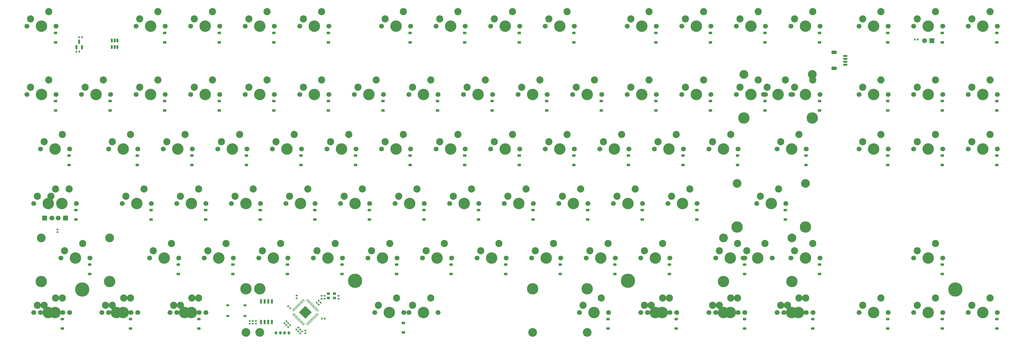
<source format=gbr>
%TF.GenerationSoftware,KiCad,Pcbnew,8.0.1*%
%TF.CreationDate,2025-12-30T16:32:45+09:00*%
%TF.ProjectId,rubrejaneTKL_RP2040_Piano,72756272-656a-4616-9e65-544b4c5f5250,rev?*%
%TF.SameCoordinates,Original*%
%TF.FileFunction,Soldermask,Bot*%
%TF.FilePolarity,Negative*%
%FSLAX46Y46*%
G04 Gerber Fmt 4.6, Leading zero omitted, Abs format (unit mm)*
G04 Created by KiCad (PCBNEW 8.0.1) date 2025-12-30 16:32:45*
%MOMM*%
%LPD*%
G01*
G04 APERTURE LIST*
G04 Aperture macros list*
%AMRoundRect*
0 Rectangle with rounded corners*
0 $1 Rounding radius*
0 $2 $3 $4 $5 $6 $7 $8 $9 X,Y pos of 4 corners*
0 Add a 4 corners polygon primitive as box body*
4,1,4,$2,$3,$4,$5,$6,$7,$8,$9,$2,$3,0*
0 Add four circle primitives for the rounded corners*
1,1,$1+$1,$2,$3*
1,1,$1+$1,$4,$5*
1,1,$1+$1,$6,$7*
1,1,$1+$1,$8,$9*
0 Add four rect primitives between the rounded corners*
20,1,$1+$1,$2,$3,$4,$5,0*
20,1,$1+$1,$4,$5,$6,$7,0*
20,1,$1+$1,$6,$7,$8,$9,0*
20,1,$1+$1,$8,$9,$2,$3,0*%
G04 Aperture macros list end*
%ADD10C,1.700000*%
%ADD11C,4.000000*%
%ADD12C,2.500000*%
%ADD13C,5.000000*%
%ADD14C,1.690600*%
%ADD15R,1.690600X1.690600*%
%ADD16C,3.048000*%
%ADD17C,3.987800*%
%ADD18RoundRect,0.140000X0.170000X-0.140000X0.170000X0.140000X-0.170000X0.140000X-0.170000X-0.140000X0*%
%ADD19RoundRect,0.225000X0.375000X-0.225000X0.375000X0.225000X-0.375000X0.225000X-0.375000X-0.225000X0*%
%ADD20RoundRect,0.140000X0.140000X0.170000X-0.140000X0.170000X-0.140000X-0.170000X0.140000X-0.170000X0*%
%ADD21RoundRect,0.140000X-0.021213X0.219203X-0.219203X0.021213X0.021213X-0.219203X0.219203X-0.021213X0*%
%ADD22RoundRect,0.140000X-0.170000X0.140000X-0.170000X-0.140000X0.170000X-0.140000X0.170000X0.140000X0*%
%ADD23R,1.000000X0.900000*%
%ADD24RoundRect,0.140000X0.021213X-0.219203X0.219203X-0.021213X-0.021213X0.219203X-0.219203X0.021213X0*%
%ADD25RoundRect,0.225000X0.225000X0.250000X-0.225000X0.250000X-0.225000X-0.250000X0.225000X-0.250000X0*%
%ADD26RoundRect,0.150000X0.150000X-0.587500X0.150000X0.587500X-0.150000X0.587500X-0.150000X-0.587500X0*%
%ADD27RoundRect,0.140000X-0.219203X-0.021213X-0.021213X-0.219203X0.219203X0.021213X0.021213X0.219203X0*%
%ADD28RoundRect,0.150000X0.150000X-0.512500X0.150000X0.512500X-0.150000X0.512500X-0.150000X-0.512500X0*%
%ADD29RoundRect,0.150000X0.625000X-0.150000X0.625000X0.150000X-0.625000X0.150000X-0.625000X-0.150000X0*%
%ADD30RoundRect,0.250000X0.650000X-0.350000X0.650000X0.350000X-0.650000X0.350000X-0.650000X-0.350000X0*%
%ADD31RoundRect,0.140000X-0.140000X-0.170000X0.140000X-0.170000X0.140000X0.170000X-0.140000X0.170000X0*%
%ADD32RoundRect,0.150000X-0.150000X0.650000X-0.150000X-0.650000X0.150000X-0.650000X0.150000X0.650000X0*%
%ADD33R,1.000000X0.750000*%
%ADD34RoundRect,0.050000X-0.309359X0.238649X0.238649X-0.309359X0.309359X-0.238649X-0.238649X0.309359X0*%
%ADD35RoundRect,0.050000X-0.309359X-0.238649X-0.238649X-0.309359X0.309359X0.238649X0.238649X0.309359X0*%
%ADD36RoundRect,0.144000X-2.059095X0.000000X0.000000X-2.059095X2.059095X0.000000X0.000000X2.059095X0*%
G04 APERTURE END LIST*
D10*
%TO.C,MX21*%
X146275000Y-108787500D03*
D11*
X151355000Y-108787500D03*
D10*
X156435000Y-108787500D03*
D12*
X147545000Y-106247500D03*
X153895000Y-103707500D03*
%TD*%
D10*
%TO.C,MX82*%
X191518750Y-184987500D03*
D11*
X196598750Y-184987500D03*
D10*
X201678750Y-184987500D03*
X203425000Y-184987500D03*
D11*
X208505000Y-184987500D03*
D10*
X213585000Y-184987500D03*
D12*
X192788750Y-182447500D03*
X204695000Y-182447500D03*
X199138750Y-179907500D03*
X211045000Y-179907500D03*
%TD*%
D10*
%TO.C,MX69*%
X170087500Y-165937500D03*
D11*
X175167500Y-165937500D03*
D10*
X180247500Y-165937500D03*
D12*
X171357500Y-163397500D03*
X177707500Y-160857500D03*
%TD*%
D10*
%TO.C,MX8*%
X232000000Y-84975000D03*
D11*
X237080000Y-84975000D03*
D10*
X242160000Y-84975000D03*
D12*
X233270000Y-82435000D03*
X239620000Y-79895000D03*
%TD*%
D13*
%TO.C,REF\u002A\u002A*%
X184692500Y-173937500D03*
%TD*%
D14*
%TO.C,D94*%
X383447500Y-90055000D03*
D15*
X385987500Y-90055000D03*
%TD*%
D10*
%TO.C,MX47*%
X308200000Y-127837500D03*
D11*
X313280000Y-127837500D03*
D10*
X318360000Y-127837500D03*
D12*
X309470000Y-125297500D03*
X315820000Y-122757500D03*
%TD*%
D10*
%TO.C,MX75*%
X284387500Y-165937500D03*
D11*
X289467500Y-165937500D03*
D10*
X294547500Y-165937500D03*
D12*
X285657500Y-163397500D03*
X292007500Y-160857500D03*
%TD*%
D10*
%TO.C,MX81*%
X120081250Y-184987500D03*
X122462500Y-184987500D03*
D11*
X125161250Y-184987500D03*
X127542500Y-184987500D03*
D10*
X130241250Y-184987500D03*
X132622500Y-184987500D03*
D12*
X121351250Y-182447500D03*
X123732500Y-182447500D03*
X127701250Y-179907500D03*
X130082500Y-179907500D03*
%TD*%
D10*
%TO.C,MX12*%
X317725000Y-84975000D03*
D11*
X322805000Y-84975000D03*
D10*
X327885000Y-84975000D03*
D12*
X318995000Y-82435000D03*
X325345000Y-79895000D03*
%TD*%
D10*
%TO.C,MX35*%
X74837500Y-127837500D03*
D11*
X79917500Y-127837500D03*
D10*
X84997500Y-127837500D03*
D12*
X76107500Y-125297500D03*
X82457500Y-122757500D03*
%TD*%
D10*
%TO.C,MX56*%
X160562500Y-146887500D03*
D11*
X165642500Y-146887500D03*
D10*
X170722500Y-146887500D03*
D12*
X161832500Y-144347500D03*
X168182500Y-141807500D03*
%TD*%
D10*
%TO.C,MX85*%
X308200000Y-184987500D03*
X310581250Y-184987500D03*
D11*
X313280000Y-184987500D03*
X315661250Y-184987500D03*
D10*
X318360000Y-184987500D03*
X320741250Y-184987500D03*
D12*
X309470000Y-182447500D03*
X311851250Y-182447500D03*
X315820000Y-179907500D03*
X318201250Y-179907500D03*
%TD*%
D10*
%TO.C,MX73*%
X246287500Y-165937500D03*
D11*
X251367500Y-165937500D03*
D10*
X256447500Y-165937500D03*
D12*
X247557500Y-163397500D03*
X253907500Y-160857500D03*
%TD*%
D10*
%TO.C,MX74*%
X265337500Y-165937500D03*
D11*
X270417500Y-165937500D03*
D10*
X275497500Y-165937500D03*
D12*
X266607500Y-163397500D03*
X272957500Y-160857500D03*
%TD*%
D10*
%TO.C,MX1*%
X70075000Y-84975000D03*
D11*
X75155000Y-84975000D03*
D10*
X80235000Y-84975000D03*
D12*
X71345000Y-82435000D03*
X77695000Y-79895000D03*
%TD*%
D10*
%TO.C,MX63*%
X293912500Y-146887500D03*
D11*
X298992500Y-146887500D03*
D10*
X304072500Y-146887500D03*
D12*
X295182500Y-144347500D03*
X301532500Y-141807500D03*
%TD*%
D10*
%TO.C,MX44*%
X251050000Y-127837500D03*
D11*
X256130000Y-127837500D03*
D10*
X261210000Y-127837500D03*
D12*
X252320000Y-125297500D03*
X258670000Y-122757500D03*
%TD*%
D10*
%TO.C,MX62*%
X274862500Y-146887500D03*
D11*
X279942500Y-146887500D03*
D10*
X285022500Y-146887500D03*
D12*
X276132500Y-144347500D03*
X282482500Y-141807500D03*
%TD*%
D10*
%TO.C,MX18*%
X89125000Y-108787500D03*
D11*
X94205000Y-108787500D03*
D10*
X99285000Y-108787500D03*
D12*
X90395000Y-106247500D03*
X96745000Y-103707500D03*
%TD*%
D10*
%TO.C,MX83*%
X262956250Y-184987500D03*
D11*
X268036250Y-184987500D03*
D10*
X273116250Y-184987500D03*
D12*
X264226250Y-182447500D03*
X270576250Y-179907500D03*
%TD*%
D10*
%TO.C,MX64*%
X324868750Y-146887500D03*
D11*
X329948750Y-146887500D03*
D10*
X335028750Y-146887500D03*
D12*
X326138750Y-144347500D03*
X332488750Y-141807500D03*
%TD*%
D10*
%TO.C,MX52*%
X72456250Y-146887500D03*
X77218750Y-146887500D03*
D11*
X77536250Y-146887500D03*
X82298750Y-146887500D03*
D10*
X82616250Y-146887500D03*
X87378750Y-146887500D03*
D12*
X78488750Y-144347500D03*
X80076250Y-141807500D03*
X73726250Y-144347500D03*
X84838750Y-141807500D03*
%TD*%
D10*
%TO.C,MX25*%
X222475000Y-108787500D03*
D11*
X227555000Y-108787500D03*
D10*
X232635000Y-108787500D03*
D12*
X223745000Y-106247500D03*
X230095000Y-103707500D03*
%TD*%
D10*
%TO.C,MX41*%
X193900000Y-127837500D03*
D11*
X198980000Y-127837500D03*
D10*
X204060000Y-127837500D03*
D12*
X195170000Y-125297500D03*
X201520000Y-122757500D03*
%TD*%
D10*
%TO.C,MX22*%
X165325000Y-108787500D03*
D11*
X170405000Y-108787500D03*
D10*
X175485000Y-108787500D03*
D12*
X166595000Y-106247500D03*
X172945000Y-103707500D03*
%TD*%
D10*
%TO.C,MX60*%
X236762500Y-146887500D03*
D11*
X241842500Y-146887500D03*
D10*
X246922500Y-146887500D03*
D12*
X238032500Y-144347500D03*
X244382500Y-141807500D03*
%TD*%
D10*
%TO.C,MX68*%
X151037500Y-165937500D03*
D11*
X156117500Y-165937500D03*
D10*
X161197500Y-165937500D03*
D12*
X152307500Y-163397500D03*
X158657500Y-160857500D03*
%TD*%
D10*
%TO.C,MX80*%
X96268750Y-184987500D03*
X98650000Y-184987500D03*
D11*
X101348750Y-184987500D03*
X103730000Y-184987500D03*
D10*
X106428750Y-184987500D03*
X108810000Y-184987500D03*
D12*
X97538750Y-182447500D03*
X99920000Y-182447500D03*
X103888750Y-179907500D03*
X106270000Y-179907500D03*
%TD*%
D10*
%TO.C,MX30*%
X317725000Y-108787500D03*
D11*
X322805000Y-108787500D03*
D10*
X327885000Y-108787500D03*
D12*
X318995000Y-106247500D03*
X325345000Y-103707500D03*
%TD*%
D13*
%TO.C,REF\u002A\u002A*%
X279942500Y-173937500D03*
%TD*%
D10*
%TO.C,MX61*%
X255812500Y-146887500D03*
D11*
X260892500Y-146887500D03*
D10*
X265972500Y-146887500D03*
D12*
X257082500Y-144347500D03*
X263432500Y-141807500D03*
%TD*%
D10*
%TO.C,MX54*%
X122462500Y-146887500D03*
D11*
X127542500Y-146887500D03*
D10*
X132622500Y-146887500D03*
D12*
X123732500Y-144347500D03*
X130082500Y-141807500D03*
%TD*%
D10*
%TO.C,MX78*%
X379637500Y-165937500D03*
D11*
X384717500Y-165937500D03*
D10*
X389797500Y-165937500D03*
D12*
X380907500Y-163397500D03*
X387257500Y-160857500D03*
%TD*%
D10*
%TO.C,MX24*%
X203425000Y-108787500D03*
D11*
X208505000Y-108787500D03*
D10*
X213585000Y-108787500D03*
D12*
X204695000Y-106247500D03*
X211045000Y-103707500D03*
%TD*%
D10*
%TO.C,MX51*%
X398687500Y-127837500D03*
D11*
X403767500Y-127837500D03*
D10*
X408847500Y-127837500D03*
D12*
X399957500Y-125297500D03*
X406307500Y-122757500D03*
%TD*%
D10*
%TO.C,MX48*%
X332012500Y-127837500D03*
D11*
X337092500Y-127837500D03*
D10*
X342172500Y-127837500D03*
D12*
X333282500Y-125297500D03*
X339632500Y-122757500D03*
%TD*%
D10*
%TO.C,MX26*%
X241525000Y-108787500D03*
D11*
X246605000Y-108787500D03*
D10*
X251685000Y-108787500D03*
D12*
X242795000Y-106247500D03*
X249145000Y-103707500D03*
%TD*%
D10*
%TO.C,MX17*%
X70075000Y-108787500D03*
D11*
X75155000Y-108787500D03*
D10*
X80235000Y-108787500D03*
D12*
X71345000Y-106247500D03*
X77695000Y-103707500D03*
%TD*%
D10*
%TO.C,MX67*%
X131987500Y-165937500D03*
D11*
X137067500Y-165937500D03*
D10*
X142147500Y-165937500D03*
D12*
X133257500Y-163397500D03*
X139607500Y-160857500D03*
%TD*%
D10*
%TO.C,MX29*%
X298675000Y-108787500D03*
D11*
X303755000Y-108787500D03*
D10*
X308835000Y-108787500D03*
D12*
X299945000Y-106247500D03*
X306295000Y-103707500D03*
%TD*%
D10*
%TO.C,MX87*%
X360587500Y-184987500D03*
D11*
X365667500Y-184987500D03*
D10*
X370747500Y-184987500D03*
D12*
X361857500Y-182447500D03*
X368207500Y-179907500D03*
%TD*%
D10*
%TO.C,MX5*%
X165325000Y-84975000D03*
D11*
X170405000Y-84975000D03*
D10*
X175485000Y-84975000D03*
D12*
X166595000Y-82435000D03*
X172945000Y-79895000D03*
%TD*%
D10*
%TO.C,MX15*%
X379637500Y-84975000D03*
D11*
X384717500Y-84975000D03*
D10*
X389797500Y-84975000D03*
D12*
X380907500Y-82435000D03*
X387257500Y-79895000D03*
%TD*%
D10*
%TO.C,MX86*%
X332012500Y-184987500D03*
X334393750Y-184987500D03*
D11*
X337092500Y-184987500D03*
X339473750Y-184987500D03*
D10*
X342172500Y-184987500D03*
X344553750Y-184987500D03*
D12*
X333282500Y-182447500D03*
X335663750Y-182447500D03*
X339632500Y-179907500D03*
X342013750Y-179907500D03*
%TD*%
D10*
%TO.C,MX55*%
X141512500Y-146887500D03*
D11*
X146592500Y-146887500D03*
D10*
X151672500Y-146887500D03*
D12*
X142782500Y-144347500D03*
X149132500Y-141807500D03*
%TD*%
D10*
%TO.C,MX84*%
X284387500Y-184987500D03*
X286768750Y-184987500D03*
D11*
X289467500Y-184987500D03*
X291848750Y-184987500D03*
D10*
X294547500Y-184987500D03*
X296928750Y-184987500D03*
D12*
X285657500Y-182447500D03*
X288038750Y-182447500D03*
X292007500Y-179907500D03*
X294388750Y-179907500D03*
%TD*%
D16*
%TO.C,REF\u002A\u002A*%
X265655000Y-191972499D03*
D17*
X265655000Y-176762500D03*
D16*
X151355000Y-191972499D03*
D17*
X151355000Y-176762500D03*
%TD*%
D10*
%TO.C,MX53*%
X103412500Y-146887500D03*
D11*
X108492500Y-146887500D03*
D10*
X113572500Y-146887500D03*
D12*
X104682500Y-144347500D03*
X111032500Y-141807500D03*
%TD*%
D10*
%TO.C,MX79*%
X72456250Y-184987500D03*
X74837500Y-184987500D03*
D11*
X77536250Y-184987500D03*
X79917500Y-184987500D03*
D10*
X82616250Y-184987500D03*
X84997500Y-184987500D03*
D12*
X73726250Y-182447500D03*
X76107500Y-182447500D03*
X80076250Y-179907500D03*
X82457500Y-179907500D03*
%TD*%
D10*
%TO.C,MX14*%
X360587500Y-84975000D03*
D11*
X365667500Y-84975000D03*
D10*
X370747500Y-84975000D03*
D12*
X361857500Y-82435000D03*
X368207500Y-79895000D03*
%TD*%
D10*
%TO.C,MX10*%
X279625000Y-84975000D03*
D11*
X284705000Y-84975000D03*
D10*
X289785000Y-84975000D03*
D12*
X280895000Y-82435000D03*
X287245000Y-79895000D03*
%TD*%
D10*
%TO.C,MX2*%
X108175000Y-84975000D03*
D11*
X113255000Y-84975000D03*
D10*
X118335000Y-84975000D03*
D12*
X109445000Y-82435000D03*
X115795000Y-79895000D03*
%TD*%
D10*
%TO.C,MX7*%
X212950000Y-84975000D03*
D11*
X218030000Y-84975000D03*
D10*
X223110000Y-84975000D03*
D12*
X214220000Y-82435000D03*
X220570000Y-79895000D03*
%TD*%
D10*
%TO.C,MX31*%
X327250000Y-108787500D03*
D11*
X332330000Y-108787500D03*
D10*
X336775000Y-108787500D03*
X337410000Y-108787500D03*
D11*
X341855000Y-108787500D03*
D10*
X346935000Y-108787500D03*
D12*
X328520000Y-106247500D03*
X338045000Y-106247500D03*
X334870000Y-103707500D03*
X344395000Y-103707500D03*
%TD*%
D10*
%TO.C,MX77*%
X336775000Y-165937500D03*
D11*
X341855000Y-165937500D03*
D10*
X346935000Y-165937500D03*
D12*
X338045000Y-163397500D03*
X344395000Y-160857500D03*
%TD*%
D10*
%TO.C,MX57*%
X179612500Y-146887500D03*
D11*
X184692500Y-146887500D03*
D10*
X189772500Y-146887500D03*
D12*
X180882500Y-144347500D03*
X187232500Y-141807500D03*
%TD*%
D10*
%TO.C,MX20*%
X127225000Y-108787500D03*
D11*
X132305000Y-108787500D03*
D10*
X137385000Y-108787500D03*
D12*
X128495000Y-106247500D03*
X134845000Y-103707500D03*
%TD*%
D10*
%TO.C,MX16*%
X398687500Y-84975000D03*
D11*
X403767500Y-84975000D03*
D10*
X408847500Y-84975000D03*
D12*
X399957500Y-82435000D03*
X406307500Y-79895000D03*
%TD*%
D10*
%TO.C,MX58*%
X198662500Y-146887500D03*
D11*
X203742500Y-146887500D03*
D10*
X208822500Y-146887500D03*
D12*
X199932500Y-144347500D03*
X206282500Y-141807500D03*
%TD*%
D10*
%TO.C,MX89*%
X398687500Y-184987500D03*
D11*
X403767500Y-184987500D03*
D10*
X408847500Y-184987500D03*
D12*
X399957500Y-182447500D03*
X406307500Y-179907500D03*
%TD*%
D10*
%TO.C,MX46*%
X289150000Y-127837500D03*
D11*
X294230000Y-127837500D03*
D10*
X299310000Y-127837500D03*
D12*
X290420000Y-125297500D03*
X296770000Y-122757500D03*
%TD*%
D10*
%TO.C,MX34*%
X398687500Y-108787500D03*
D11*
X403767500Y-108787500D03*
D10*
X408847500Y-108787500D03*
D12*
X399957500Y-106247500D03*
X406307500Y-103707500D03*
%TD*%
D13*
%TO.C,REF\u002A\u002A*%
X394242500Y-176987500D03*
%TD*%
D10*
%TO.C,MX40*%
X174850000Y-127837500D03*
D11*
X179930000Y-127837500D03*
D10*
X185010000Y-127837500D03*
D12*
X176120000Y-125297500D03*
X182470000Y-122757500D03*
%TD*%
D10*
%TO.C,MX59*%
X217712500Y-146887500D03*
D11*
X222792500Y-146887500D03*
D10*
X227872500Y-146887500D03*
D12*
X218982500Y-144347500D03*
X225332500Y-141807500D03*
%TD*%
D10*
%TO.C,MX19*%
X108175000Y-108787500D03*
D11*
X113255000Y-108787500D03*
D10*
X118335000Y-108787500D03*
D12*
X109445000Y-106247500D03*
X115795000Y-103707500D03*
%TD*%
D10*
%TO.C,MX28*%
X279625000Y-108787500D03*
D11*
X284705000Y-108787500D03*
D10*
X289785000Y-108787500D03*
D12*
X280895000Y-106247500D03*
X287245000Y-103707500D03*
%TD*%
D16*
%TO.C,REF\u002A\u002A*%
X313248250Y-158952500D03*
D17*
X313248250Y-174162500D03*
D16*
X337124250Y-158952500D03*
D17*
X337124250Y-174162500D03*
%TD*%
D10*
%TO.C,MX76*%
X310581250Y-165937500D03*
D11*
X315661250Y-165937500D03*
D10*
X320106250Y-165937500D03*
X320741250Y-165937500D03*
D11*
X325186250Y-165937500D03*
D10*
X330266250Y-165937500D03*
D12*
X311851250Y-163397500D03*
X327726250Y-160857500D03*
X318201250Y-160857500D03*
X321376250Y-163397500D03*
%TD*%
D10*
%TO.C,MX72*%
X227237500Y-165937500D03*
D11*
X232317500Y-165937500D03*
D10*
X237397500Y-165937500D03*
D12*
X228507500Y-163397500D03*
X234857500Y-160857500D03*
%TD*%
D10*
%TO.C,MX33*%
X379637500Y-108787500D03*
D11*
X384717500Y-108787500D03*
D10*
X389797500Y-108787500D03*
D12*
X380907500Y-106247500D03*
X387257500Y-103707500D03*
%TD*%
D16*
%TO.C,REF\u002A\u002A*%
X318010750Y-139902500D03*
D17*
X318010750Y-155112500D03*
D16*
X341886750Y-139902500D03*
D17*
X341886750Y-155112500D03*
%TD*%
D10*
%TO.C,MX32*%
X360587500Y-108787500D03*
D11*
X365667500Y-108787500D03*
D10*
X370747500Y-108787500D03*
D12*
X361857500Y-106247500D03*
X368207500Y-103707500D03*
%TD*%
D10*
%TO.C,MX49*%
X360587500Y-127837500D03*
D11*
X365667500Y-127837500D03*
D10*
X370747500Y-127837500D03*
D12*
X361857500Y-125297500D03*
X368207500Y-122757500D03*
%TD*%
D10*
%TO.C,MX88*%
X379637500Y-184987500D03*
D11*
X384717500Y-184987500D03*
D10*
X389797500Y-184987500D03*
D12*
X380907500Y-182447500D03*
X387257500Y-179907500D03*
%TD*%
D10*
%TO.C,MX4*%
X146275000Y-84975000D03*
D11*
X151355000Y-84975000D03*
D10*
X156435000Y-84975000D03*
D12*
X147545000Y-82435000D03*
X153895000Y-79895000D03*
%TD*%
D13*
%TO.C,REF\u002A\u002A*%
X89442500Y-176987500D03*
%TD*%
D10*
%TO.C,MX23*%
X184375000Y-108787500D03*
D11*
X189455000Y-108787500D03*
D10*
X194535000Y-108787500D03*
D12*
X185645000Y-106247500D03*
X191995000Y-103707500D03*
%TD*%
D10*
%TO.C,MX39*%
X155800000Y-127837500D03*
D11*
X160880000Y-127837500D03*
D10*
X165960000Y-127837500D03*
D12*
X157070000Y-125297500D03*
X163420000Y-122757500D03*
%TD*%
D10*
%TO.C,MX27*%
X260575000Y-108787500D03*
D11*
X265655000Y-108787500D03*
D10*
X270735000Y-108787500D03*
D12*
X261845000Y-106247500D03*
X268195000Y-103707500D03*
%TD*%
D10*
%TO.C,MX3*%
X127225000Y-84975000D03*
D11*
X132305000Y-84975000D03*
D10*
X137385000Y-84975000D03*
D12*
X128495000Y-82435000D03*
X134845000Y-79895000D03*
%TD*%
D16*
%TO.C,REF\u002A\u002A*%
X246598750Y-191972500D03*
D17*
X246598750Y-176762500D03*
D16*
X146598750Y-191972500D03*
D17*
X146598750Y-176762500D03*
%TD*%
D10*
%TO.C,MX66*%
X112937500Y-165937500D03*
D11*
X118017500Y-165937500D03*
D10*
X123097500Y-165937500D03*
D12*
X114207500Y-163397500D03*
X120557500Y-160857500D03*
%TD*%
D16*
%TO.C,REF\u002A\u002A*%
X75123250Y-158952500D03*
D17*
X75123250Y-174162500D03*
D16*
X98999250Y-158952500D03*
D17*
X98999250Y-174162500D03*
%TD*%
D10*
%TO.C,MX43*%
X232000000Y-127837500D03*
D11*
X237080000Y-127837500D03*
D10*
X242160000Y-127837500D03*
D12*
X233270000Y-125297500D03*
X239620000Y-122757500D03*
%TD*%
D14*
%TO.C,D93*%
X78806250Y-151967500D03*
X81028750Y-151967500D03*
D15*
X76266250Y-151967500D03*
X83568750Y-151967500D03*
%TD*%
D10*
%TO.C,MX13*%
X336775000Y-84975000D03*
D11*
X341855000Y-84975000D03*
D10*
X346935000Y-84975000D03*
D12*
X338045000Y-82435000D03*
X344395000Y-79895000D03*
%TD*%
D10*
%TO.C,MX36*%
X98650000Y-127837500D03*
D11*
X103730000Y-127837500D03*
D10*
X108810000Y-127837500D03*
D12*
X99920000Y-125297500D03*
X106270000Y-122757500D03*
%TD*%
D10*
%TO.C,MX65*%
X81981250Y-165937500D03*
D11*
X87061250Y-165937500D03*
D10*
X92141250Y-165937500D03*
D12*
X83251250Y-163397500D03*
X89601250Y-160857500D03*
%TD*%
D10*
%TO.C,MX9*%
X251050000Y-84975000D03*
D11*
X256130000Y-84975000D03*
D10*
X261210000Y-84975000D03*
D12*
X252320000Y-82435000D03*
X258670000Y-79895000D03*
%TD*%
D10*
%TO.C,MX6*%
X193900000Y-84975000D03*
D11*
X198980000Y-84975000D03*
D10*
X204060000Y-84975000D03*
D12*
X195170000Y-82435000D03*
X201520000Y-79895000D03*
%TD*%
D16*
%TO.C,REF\u002A\u002A*%
X320392000Y-101802500D03*
D17*
X320392000Y-117012500D03*
D16*
X344268000Y-101802500D03*
D17*
X344268000Y-117012500D03*
%TD*%
D10*
%TO.C,MX70*%
X189137500Y-165937500D03*
D11*
X194217500Y-165937500D03*
D10*
X199297500Y-165937500D03*
D12*
X190407500Y-163397500D03*
X196757500Y-160857500D03*
%TD*%
D10*
%TO.C,MX45*%
X270100000Y-127837500D03*
D11*
X275180000Y-127837500D03*
D10*
X280260000Y-127837500D03*
D12*
X271370000Y-125297500D03*
X277720000Y-122757500D03*
%TD*%
D10*
%TO.C,MX71*%
X208187500Y-165937500D03*
D11*
X213267500Y-165937500D03*
D10*
X218347500Y-165937500D03*
D12*
X209457500Y-163397500D03*
X215807500Y-160857500D03*
%TD*%
D10*
%TO.C,MX38*%
X136750000Y-127837500D03*
D11*
X141830000Y-127837500D03*
D10*
X146910000Y-127837500D03*
D12*
X138020000Y-125297500D03*
X144370000Y-122757500D03*
%TD*%
D10*
%TO.C,MX11*%
X298675000Y-84975000D03*
D11*
X303755000Y-84975000D03*
D10*
X308835000Y-84975000D03*
D12*
X299945000Y-82435000D03*
X306295000Y-79895000D03*
%TD*%
D10*
%TO.C,MX42*%
X212950000Y-127837500D03*
D11*
X218030000Y-127837500D03*
D10*
X223110000Y-127837500D03*
D12*
X214220000Y-125297500D03*
X220570000Y-122757500D03*
%TD*%
D10*
%TO.C,MX50*%
X379637500Y-127837500D03*
D11*
X384717500Y-127837500D03*
D10*
X389797500Y-127837500D03*
D12*
X380907500Y-125297500D03*
X387257500Y-122757500D03*
%TD*%
D10*
%TO.C,MX37*%
X117700000Y-127837500D03*
D11*
X122780000Y-127837500D03*
D10*
X127860000Y-127837500D03*
D12*
X118970000Y-125297500D03*
X125320000Y-122757500D03*
%TD*%
D18*
%TO.C,C16*%
X173972500Y-180155000D03*
X173972500Y-179195000D03*
%TD*%
D19*
%TO.C,D74*%
X275362500Y-171587500D03*
X275362500Y-168287500D03*
%TD*%
%TO.C,D31*%
X346800000Y-114437500D03*
X346800000Y-111137500D03*
%TD*%
D20*
%TO.C,C5*%
X174055000Y-187125000D03*
X173095000Y-187125000D03*
%TD*%
D19*
%TO.C,D68*%
X161062500Y-171587500D03*
X161062500Y-168287500D03*
%TD*%
D21*
%TO.C,C10*%
X160664411Y-188060589D03*
X159985589Y-188739411D03*
%TD*%
D19*
%TO.C,D69*%
X180112500Y-171587500D03*
X180112500Y-168287500D03*
%TD*%
%TO.C,D15*%
X389662500Y-90625000D03*
X389662500Y-87325000D03*
%TD*%
%TO.C,D37*%
X127725000Y-133487500D03*
X127725000Y-130187500D03*
%TD*%
%TO.C,D66*%
X122962500Y-171587500D03*
X122962500Y-168287500D03*
%TD*%
%TO.C,D75*%
X294412500Y-171587500D03*
X294412500Y-168287500D03*
%TD*%
D22*
%TO.C,R5*%
X80750000Y-155995000D03*
X80750000Y-156955000D03*
%TD*%
D19*
%TO.C,D20*%
X137250000Y-114437500D03*
X137250000Y-111137500D03*
%TD*%
%TO.C,D88*%
X389662500Y-190637500D03*
X389662500Y-187337500D03*
%TD*%
%TO.C,D84*%
X296793750Y-190637500D03*
X296793750Y-187337500D03*
%TD*%
%TO.C,D36*%
X108675000Y-133487500D03*
X108675000Y-130187500D03*
%TD*%
%TO.C,D34*%
X408712500Y-114437500D03*
X408712500Y-111137500D03*
%TD*%
%TO.C,D52*%
X87243750Y-152537500D03*
X87243750Y-149237500D03*
%TD*%
D20*
%TO.C,R8*%
X381050000Y-89640000D03*
X380090000Y-89640000D03*
%TD*%
D19*
%TO.C,D38*%
X146775000Y-133487500D03*
X146775000Y-130187500D03*
%TD*%
%TO.C,D58*%
X208687500Y-152537500D03*
X208687500Y-149237500D03*
%TD*%
%TO.C,D11*%
X308700000Y-90625000D03*
X308700000Y-87325000D03*
%TD*%
%TO.C,D83*%
X272981250Y-190637500D03*
X272981250Y-187337500D03*
%TD*%
%TO.C,D2*%
X118200000Y-90625000D03*
X118200000Y-87325000D03*
%TD*%
D18*
%TO.C,R4*%
X147900000Y-188905000D03*
X147900000Y-187945000D03*
%TD*%
D19*
%TO.C,D46*%
X299175000Y-133487500D03*
X299175000Y-130187500D03*
%TD*%
%TO.C,D9*%
X261075000Y-90625000D03*
X261075000Y-87325000D03*
%TD*%
D18*
%TO.C,C2*%
X167350000Y-192230000D03*
X167350000Y-191270000D03*
%TD*%
D19*
%TO.C,D63*%
X303937500Y-152537500D03*
X303937500Y-149237500D03*
%TD*%
D23*
%TO.C,Y1*%
X177500000Y-179950000D03*
X175350000Y-179950000D03*
X175350000Y-178400000D03*
X177500000Y-178400000D03*
%TD*%
D19*
%TO.C,D4*%
X156300000Y-90625000D03*
X156300000Y-87325000D03*
%TD*%
%TO.C,D43*%
X242025000Y-133487500D03*
X242025000Y-130187500D03*
%TD*%
%TO.C,D85*%
X320606250Y-190637500D03*
X320606250Y-187337500D03*
%TD*%
D22*
%TO.C,R6*%
X172942500Y-179195000D03*
X172942500Y-180155000D03*
%TD*%
D18*
%TO.C,R3*%
X148950000Y-188905000D03*
X148950000Y-187945000D03*
%TD*%
D21*
%TO.C,C12*%
X164839411Y-190235589D03*
X164160589Y-190914411D03*
%TD*%
D19*
%TO.C,D89*%
X408712500Y-190637500D03*
X408712500Y-187337500D03*
%TD*%
D24*
%TO.C,C1*%
X165510589Y-192264411D03*
X166189411Y-191585589D03*
%TD*%
D19*
%TO.C,D3*%
X137250000Y-90625000D03*
X137250000Y-87325000D03*
%TD*%
%TO.C,D6*%
X203925000Y-90625000D03*
X203925000Y-87325000D03*
%TD*%
%TO.C,D18*%
X99150000Y-114437500D03*
X99150000Y-111137500D03*
%TD*%
%TO.C,D47*%
X318225000Y-133487500D03*
X318225000Y-130187500D03*
%TD*%
%TO.C,D82*%
X201525000Y-191975000D03*
X201525000Y-188675000D03*
%TD*%
%TO.C,D27*%
X270600000Y-114437500D03*
X270600000Y-111137500D03*
%TD*%
%TO.C,D19*%
X118200000Y-114437500D03*
X118200000Y-111137500D03*
%TD*%
D22*
%TO.C,C15*%
X178900000Y-179195000D03*
X178900000Y-180155000D03*
%TD*%
D21*
%TO.C,C6*%
X171989411Y-180835589D03*
X171310589Y-181514411D03*
%TD*%
D19*
%TO.C,D42*%
X222975000Y-133487500D03*
X222975000Y-130187500D03*
%TD*%
D25*
%TO.C,R1*%
X158575000Y-192125000D03*
X157025000Y-192125000D03*
%TD*%
D19*
%TO.C,D25*%
X232500000Y-114437500D03*
X232500000Y-111137500D03*
%TD*%
%TO.C,D56*%
X170587500Y-152537500D03*
X170587500Y-149237500D03*
%TD*%
%TO.C,D59*%
X227737500Y-152537500D03*
X227737500Y-149237500D03*
%TD*%
%TO.C,D50*%
X389662500Y-133487500D03*
X389662500Y-130187500D03*
%TD*%
D26*
%TO.C,U1*%
X89300000Y-92275000D03*
X87400000Y-92275000D03*
X88350000Y-90399999D03*
%TD*%
D19*
%TO.C,D53*%
X113437500Y-152537500D03*
X113437500Y-149237500D03*
%TD*%
%TO.C,D10*%
X289650000Y-90625000D03*
X289650000Y-87325000D03*
%TD*%
%TO.C,D29*%
X308700000Y-114437500D03*
X308700000Y-111137500D03*
%TD*%
%TO.C,D78*%
X389662500Y-171587500D03*
X389662500Y-168287500D03*
%TD*%
%TO.C,D45*%
X280125000Y-133487500D03*
X280125000Y-130187500D03*
%TD*%
%TO.C,D26*%
X251550000Y-114437500D03*
X251550000Y-111137500D03*
%TD*%
%TO.C,D86*%
X344418750Y-190637500D03*
X344418750Y-187337500D03*
%TD*%
%TO.C,D65*%
X92006250Y-171587500D03*
X92006250Y-168287500D03*
%TD*%
%TO.C,D40*%
X184875000Y-133487500D03*
X184875000Y-130187500D03*
%TD*%
%TO.C,D73*%
X256312500Y-171587500D03*
X256312500Y-168287500D03*
%TD*%
%TO.C,D51*%
X408712500Y-133487500D03*
X408712500Y-130187500D03*
%TD*%
D18*
%TO.C,C8*%
X150000000Y-188905000D03*
X150000000Y-187945000D03*
%TD*%
D19*
%TO.C,D64*%
X334893750Y-152537500D03*
X334893750Y-149237500D03*
%TD*%
D27*
%TO.C,C17*%
X161260589Y-182860589D03*
X161939411Y-183539411D03*
%TD*%
D19*
%TO.C,D23*%
X194400000Y-114437500D03*
X194400000Y-111137500D03*
%TD*%
%TO.C,D87*%
X370612500Y-190637500D03*
X370612500Y-187337500D03*
%TD*%
%TO.C,D12*%
X327750000Y-90625000D03*
X327750000Y-87325000D03*
%TD*%
%TO.C,D44*%
X261075000Y-133487500D03*
X261075000Y-130187500D03*
%TD*%
%TO.C,D57*%
X189637500Y-152537500D03*
X189637500Y-149237500D03*
%TD*%
%TO.C,D76*%
X320606250Y-171587500D03*
X320606250Y-168287500D03*
%TD*%
%TO.C,D80*%
X106293750Y-190637500D03*
X106293750Y-187337500D03*
%TD*%
%TO.C,D32*%
X370612500Y-114437500D03*
X370612500Y-111137500D03*
%TD*%
D21*
%TO.C,C9*%
X165514411Y-190910589D03*
X164835589Y-191589411D03*
%TD*%
D22*
%TO.C,C7*%
X164275000Y-179095000D03*
X164275000Y-180055000D03*
%TD*%
D19*
%TO.C,D79*%
X82481250Y-190637500D03*
X82481250Y-187337500D03*
%TD*%
%TO.C,D60*%
X246787500Y-152537500D03*
X246787500Y-149237500D03*
%TD*%
%TO.C,D33*%
X389662500Y-114437500D03*
X389662500Y-111137500D03*
%TD*%
D28*
%TO.C,U4*%
X101674999Y-92237500D03*
X100725000Y-92237500D03*
X99775001Y-92237500D03*
X99775001Y-89962500D03*
X100725000Y-89962500D03*
X101674999Y-89962500D03*
%TD*%
D19*
%TO.C,D24*%
X213450000Y-114437500D03*
X213450000Y-111137500D03*
%TD*%
%TO.C,D81*%
X130106250Y-190637500D03*
X130106250Y-187337500D03*
%TD*%
%TO.C,D41*%
X203925000Y-133487500D03*
X203925000Y-130187500D03*
%TD*%
%TO.C,D5*%
X175350000Y-90625000D03*
X175350000Y-87325000D03*
%TD*%
%TO.C,D14*%
X370612500Y-90625000D03*
X370612500Y-87325000D03*
%TD*%
D29*
%TO.C,J1*%
X355761250Y-98381250D03*
X355761250Y-97381250D03*
X355761250Y-96381250D03*
X355761250Y-95381250D03*
D30*
X351886250Y-99681250D03*
X351886250Y-94081250D03*
%TD*%
D19*
%TO.C,D71*%
X218212500Y-171587500D03*
X218212500Y-168287500D03*
%TD*%
D31*
%TO.C,C14*%
X87420000Y-93862500D03*
X88380000Y-93862500D03*
%TD*%
D19*
%TO.C,D7*%
X222975000Y-90625000D03*
X222975000Y-87325000D03*
%TD*%
%TO.C,D70*%
X199162500Y-171587500D03*
X199162500Y-168287500D03*
%TD*%
D24*
%TO.C,C11*%
X171985589Y-182189411D03*
X172664411Y-181510589D03*
%TD*%
D19*
%TO.C,D28*%
X289650000Y-114437500D03*
X289650000Y-111137500D03*
%TD*%
%TO.C,D8*%
X242025000Y-90625000D03*
X242025000Y-87325000D03*
%TD*%
%TO.C,D16*%
X408712500Y-90625000D03*
X408712500Y-87325000D03*
%TD*%
%TO.C,D13*%
X346800000Y-90625000D03*
X346800000Y-87325000D03*
%TD*%
%TO.C,D55*%
X151537500Y-152537500D03*
X151537500Y-149237500D03*
%TD*%
%TO.C,D30*%
X327750000Y-114437500D03*
X327750000Y-111137500D03*
%TD*%
%TO.C,D48*%
X342037500Y-133487500D03*
X342037500Y-130187500D03*
%TD*%
D25*
%TO.C,R2*%
X161575000Y-192125000D03*
X160025000Y-192125000D03*
%TD*%
D19*
%TO.C,D77*%
X346800000Y-171587500D03*
X346800000Y-168287500D03*
%TD*%
%TO.C,D17*%
X80100000Y-114437500D03*
X80100000Y-111137500D03*
%TD*%
%TO.C,D49*%
X370612500Y-133487500D03*
X370612500Y-130187500D03*
%TD*%
%TO.C,D35*%
X84862500Y-133487500D03*
X84862500Y-130187500D03*
%TD*%
%TO.C,D22*%
X175350000Y-114437500D03*
X175350000Y-111137500D03*
%TD*%
%TO.C,D21*%
X156300000Y-114437500D03*
X156300000Y-111137500D03*
%TD*%
D32*
%TO.C,U2*%
X151795000Y-181150000D03*
X153065000Y-181150000D03*
X154335000Y-181150000D03*
X155605000Y-181150000D03*
X155605000Y-188350000D03*
X154335000Y-188350000D03*
X153065000Y-188350000D03*
X151795000Y-188350000D03*
%TD*%
D19*
%TO.C,D54*%
X132487500Y-152537500D03*
X132487500Y-149237500D03*
%TD*%
D33*
%TO.C,BOOTSEL1*%
X146223750Y-182492501D03*
X140223750Y-182492501D03*
X146223750Y-186242501D03*
X140223750Y-186242501D03*
%TD*%
D34*
%TO.C,U3*%
X163052721Y-184307798D03*
X163335564Y-184024955D03*
X163618406Y-183742113D03*
X163901249Y-183459270D03*
X164184092Y-183176427D03*
X164466934Y-182893585D03*
X164749777Y-182610742D03*
X165032620Y-182327899D03*
X165315463Y-182045056D03*
X165598305Y-181762214D03*
X165881148Y-181479371D03*
X166163991Y-181196528D03*
X166446833Y-180913686D03*
X166729676Y-180630843D03*
D35*
X167914080Y-180630843D03*
X168196923Y-180913686D03*
X168479765Y-181196528D03*
X168762608Y-181479371D03*
X169045451Y-181762214D03*
X169328293Y-182045056D03*
X169611136Y-182327899D03*
X169893979Y-182610742D03*
X170176822Y-182893585D03*
X170459664Y-183176427D03*
X170742507Y-183459270D03*
X171025350Y-183742113D03*
X171308192Y-184024955D03*
X171591035Y-184307798D03*
D34*
X171591035Y-185492202D03*
X171308192Y-185775045D03*
X171025350Y-186057887D03*
X170742507Y-186340730D03*
X170459664Y-186623573D03*
X170176822Y-186906415D03*
X169893979Y-187189258D03*
X169611136Y-187472101D03*
X169328293Y-187754944D03*
X169045451Y-188037786D03*
X168762608Y-188320629D03*
X168479765Y-188603472D03*
X168196923Y-188886314D03*
X167914080Y-189169157D03*
D35*
X166729676Y-189169157D03*
X166446833Y-188886314D03*
X166163991Y-188603472D03*
X165881148Y-188320629D03*
X165598305Y-188037786D03*
X165315463Y-187754944D03*
X165032620Y-187472101D03*
X164749777Y-187189258D03*
X164466934Y-186906415D03*
X164184092Y-186623573D03*
X163901249Y-186340730D03*
X163618406Y-186057887D03*
X163335564Y-185775045D03*
X163052721Y-185492202D03*
D36*
X167321878Y-184900000D03*
%TD*%
D19*
%TO.C,D1*%
X80100000Y-90625000D03*
X80100000Y-87325000D03*
%TD*%
%TO.C,D61*%
X265837500Y-152537500D03*
X265837500Y-149237500D03*
%TD*%
%TO.C,D72*%
X237262500Y-171587500D03*
X237262500Y-168287500D03*
%TD*%
D24*
%TO.C,C3*%
X161329093Y-190082915D03*
X162007915Y-189404093D03*
%TD*%
D19*
%TO.C,D67*%
X142012500Y-171587500D03*
X142012500Y-168287500D03*
%TD*%
D31*
%TO.C,C13*%
X88350000Y-88862500D03*
X89310000Y-88862500D03*
%TD*%
D24*
%TO.C,C4*%
X160657342Y-189411164D03*
X161336164Y-188732342D03*
%TD*%
D19*
%TO.C,D39*%
X165825000Y-133487500D03*
X165825000Y-130187500D03*
%TD*%
%TO.C,D62*%
X284887500Y-152537500D03*
X284887500Y-149237500D03*
%TD*%
M02*

</source>
